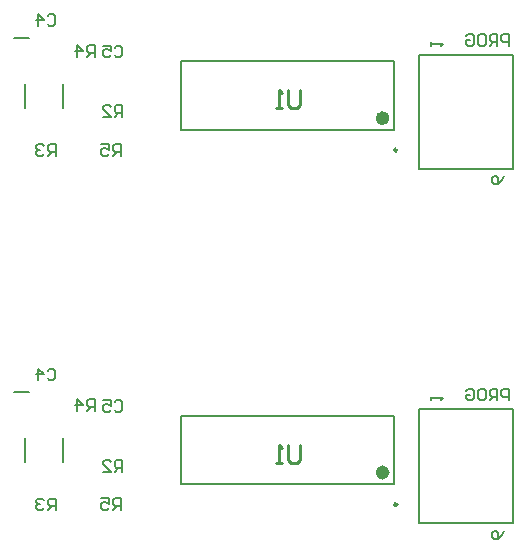
<source format=gbo>
G04 Layer_Color=32896*
%FSLAX24Y24*%
%MOIN*%
G70*
G01*
G75*
%ADD16C,0.0100*%
%ADD27C,0.0098*%
%ADD28C,0.0050*%
%ADD29C,0.0079*%
%ADD30C,0.0059*%
%ADD47C,0.0236*%
D16*
X11024Y15009D02*
Y14509D01*
X10924Y14409D01*
X10724D01*
X10624Y14509D01*
Y15009D01*
X10424Y14409D02*
X10224D01*
X10324D01*
Y15009D01*
X10424Y14909D01*
X11024Y3198D02*
Y2698D01*
X10924Y2598D01*
X10724D01*
X10624Y2698D01*
Y3198D01*
X10424Y2598D02*
X10224D01*
X10324D01*
Y3198D01*
X10424Y3098D01*
D27*
X14264Y13022D02*
G03*
X14264Y13022I-49J0D01*
G01*
Y1211D02*
G03*
X14264Y1211I-49J0D01*
G01*
D28*
X14990Y12407D02*
X18140D01*
Y16195D01*
X14990D02*
X18140D01*
X14990Y12407D02*
Y16195D01*
Y596D02*
X18140D01*
Y4384D01*
X14990D02*
X18140D01*
X14990Y596D02*
Y4384D01*
D29*
X7047Y13691D02*
X14173D01*
X7047Y15974D02*
X14173D01*
Y13691D02*
Y15974D01*
X7047Y13691D02*
Y15974D01*
X1860Y14439D02*
Y15226D01*
X3120Y14439D02*
Y15226D01*
X1486Y16752D02*
X1998D01*
X1486Y4941D02*
X1998D01*
X7047Y1880D02*
X14173D01*
X7047Y4163D02*
X14173D01*
Y1880D02*
Y4163D01*
X7047Y1880D02*
Y4163D01*
X1860Y2628D02*
Y3415D01*
X3120Y2628D02*
Y3415D01*
X15394Y16486D02*
Y16617D01*
Y16552D01*
X15787D01*
X15722Y16486D01*
X17835Y12142D02*
X17769Y12011D01*
X17638Y11880D01*
X17507D01*
X17441Y11946D01*
Y12077D01*
X17507Y12142D01*
X17572D01*
X17638Y12077D01*
Y11880D01*
X15394Y4675D02*
Y4806D01*
Y4741D01*
X15787D01*
X15722Y4675D01*
X17835Y331D02*
X17769Y200D01*
X17638Y69D01*
X17507D01*
X17441Y134D01*
Y266D01*
X17507Y331D01*
X17572D01*
X17638Y266D01*
Y69D01*
D30*
X18002Y16486D02*
Y16880D01*
X17805D01*
X17740Y16814D01*
Y16683D01*
X17805Y16617D01*
X18002D01*
X17608Y16486D02*
Y16880D01*
X17412D01*
X17346Y16814D01*
Y16683D01*
X17412Y16617D01*
X17608D01*
X17477D02*
X17346Y16486D01*
X17018Y16880D02*
X17149D01*
X17215Y16814D01*
Y16552D01*
X17149Y16486D01*
X17018D01*
X16952Y16552D01*
Y16814D01*
X17018Y16880D01*
X16559Y16814D02*
X16624Y16880D01*
X16756D01*
X16821Y16814D01*
Y16552D01*
X16756Y16486D01*
X16624D01*
X16559Y16552D01*
Y16683D01*
X16690D01*
X2884Y12825D02*
Y13218D01*
X2687D01*
X2621Y13153D01*
Y13022D01*
X2687Y12956D01*
X2884D01*
X2753D02*
X2621Y12825D01*
X2490Y13153D02*
X2425Y13218D01*
X2294D01*
X2228Y13153D01*
Y13087D01*
X2294Y13022D01*
X2359D01*
X2294D01*
X2228Y12956D01*
Y12890D01*
X2294Y12825D01*
X2425D01*
X2490Y12890D01*
X5059Y12835D02*
Y13228D01*
X4862D01*
X4797Y13163D01*
Y13031D01*
X4862Y12966D01*
X5059D01*
X4928D02*
X4797Y12835D01*
X4403Y13228D02*
X4665D01*
Y13031D01*
X4534Y13097D01*
X4469D01*
X4403Y13031D01*
Y12900D01*
X4469Y12835D01*
X4600D01*
X4665Y12900D01*
X4183Y16132D02*
Y16525D01*
X3986D01*
X3921Y16460D01*
Y16329D01*
X3986Y16263D01*
X4183D01*
X4052D02*
X3921Y16132D01*
X3593D02*
Y16525D01*
X3789Y16329D01*
X3527D01*
X5108Y14114D02*
Y14508D01*
X4911D01*
X4846Y14442D01*
Y14311D01*
X4911Y14245D01*
X5108D01*
X4977D02*
X4846Y14114D01*
X4452D02*
X4715D01*
X4452Y14377D01*
Y14442D01*
X4518Y14508D01*
X4649D01*
X4715Y14442D01*
X4846Y16440D02*
X4911Y16506D01*
X5043D01*
X5108Y16440D01*
Y16178D01*
X5043Y16112D01*
X4911D01*
X4846Y16178D01*
X4452Y16506D02*
X4715D01*
Y16309D01*
X4584Y16375D01*
X4518D01*
X4452Y16309D01*
Y16178D01*
X4518Y16112D01*
X4649D01*
X4715Y16178D01*
X2612Y17483D02*
X2677Y17549D01*
X2808D01*
X2874Y17483D01*
Y17221D01*
X2808Y17156D01*
X2677D01*
X2612Y17221D01*
X2284Y17156D02*
Y17549D01*
X2480Y17352D01*
X2218D01*
X2612Y5672D02*
X2677Y5738D01*
X2808D01*
X2874Y5672D01*
Y5410D01*
X2808Y5344D01*
X2677D01*
X2612Y5410D01*
X2284Y5344D02*
Y5738D01*
X2480Y5541D01*
X2218D01*
X4846Y4629D02*
X4911Y4695D01*
X5043D01*
X5108Y4629D01*
Y4367D01*
X5043Y4301D01*
X4911D01*
X4846Y4367D01*
X4452Y4695D02*
X4715D01*
Y4498D01*
X4584Y4564D01*
X4518D01*
X4452Y4498D01*
Y4367D01*
X4518Y4301D01*
X4649D01*
X4715Y4367D01*
X18002Y4675D02*
Y5069D01*
X17805D01*
X17740Y5003D01*
Y4872D01*
X17805Y4806D01*
X18002D01*
X17608Y4675D02*
Y5069D01*
X17412D01*
X17346Y5003D01*
Y4872D01*
X17412Y4806D01*
X17608D01*
X17477D02*
X17346Y4675D01*
X17018Y5069D02*
X17149D01*
X17215Y5003D01*
Y4741D01*
X17149Y4675D01*
X17018D01*
X16952Y4741D01*
Y5003D01*
X17018Y5069D01*
X16559Y5003D02*
X16624Y5069D01*
X16756D01*
X16821Y5003D01*
Y4741D01*
X16756Y4675D01*
X16624D01*
X16559Y4741D01*
Y4872D01*
X16690D01*
X5108Y2303D02*
Y2697D01*
X4911D01*
X4846Y2631D01*
Y2500D01*
X4911Y2434D01*
X5108D01*
X4977D02*
X4846Y2303D01*
X4452D02*
X4715D01*
X4452Y2566D01*
Y2631D01*
X4518Y2697D01*
X4649D01*
X4715Y2631D01*
X4183Y4321D02*
Y4714D01*
X3986D01*
X3921Y4649D01*
Y4518D01*
X3986Y4452D01*
X4183D01*
X4052D02*
X3921Y4321D01*
X3593D02*
Y4714D01*
X3789Y4518D01*
X3527D01*
X5059Y1024D02*
Y1417D01*
X4862D01*
X4797Y1352D01*
Y1220D01*
X4862Y1155D01*
X5059D01*
X4928D02*
X4797Y1024D01*
X4403Y1417D02*
X4665D01*
Y1220D01*
X4534Y1286D01*
X4469D01*
X4403Y1220D01*
Y1089D01*
X4469Y1024D01*
X4600D01*
X4665Y1089D01*
X2884Y1014D02*
Y1407D01*
X2687D01*
X2621Y1342D01*
Y1211D01*
X2687Y1145D01*
X2884D01*
X2753D02*
X2621Y1014D01*
X2490Y1342D02*
X2425Y1407D01*
X2294D01*
X2228Y1342D01*
Y1276D01*
X2294Y1211D01*
X2359D01*
X2294D01*
X2228Y1145D01*
Y1079D01*
X2294Y1014D01*
X2425D01*
X2490Y1079D01*
D47*
X13898Y14085D02*
G03*
X13898Y14085I-118J0D01*
G01*
Y2274D02*
G03*
X13898Y2274I-118J0D01*
G01*
M02*

</source>
